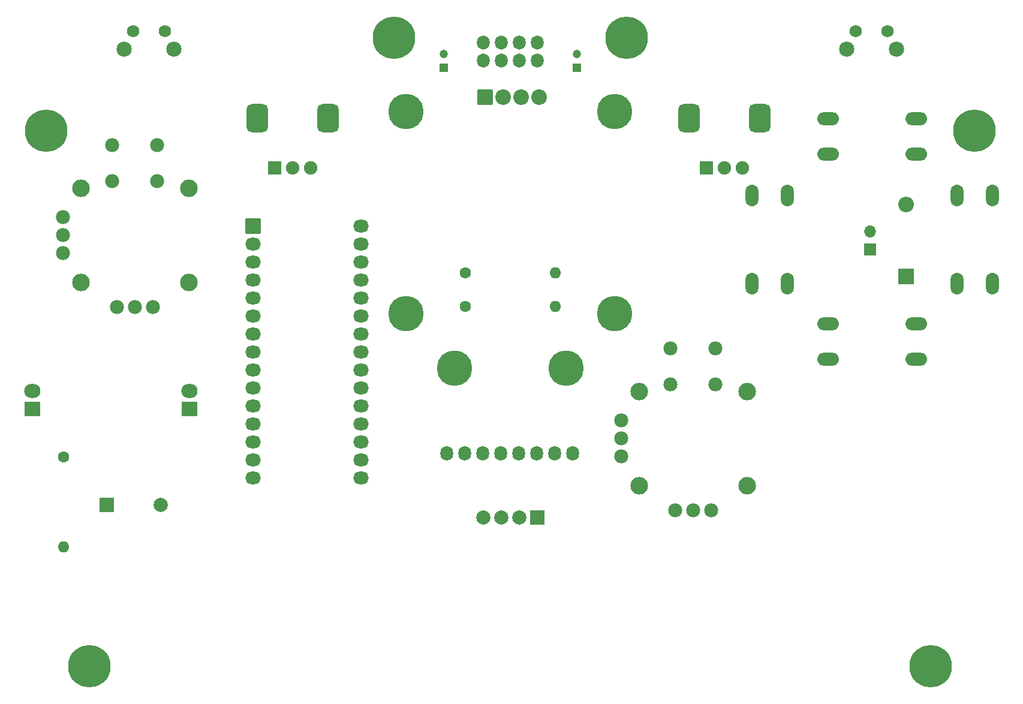
<source format=gts>
G04 #@! TF.GenerationSoftware,KiCad,Pcbnew,8.0.1*
G04 #@! TF.CreationDate,2024-05-04T17:12:01+07:00*
G04 #@! TF.ProjectId,Arduino_RC_Transceiver_DIY_2.3.0,41726475-696e-46f5-9f52-435f5472616e,2.1.0*
G04 #@! TF.SameCoordinates,Original*
G04 #@! TF.FileFunction,Soldermask,Top*
G04 #@! TF.FilePolarity,Negative*
%FSLAX46Y46*%
G04 Gerber Fmt 4.6, Leading zero omitted, Abs format (unit mm)*
G04 Created by KiCad (PCBNEW 8.0.1) date 2024-05-04 17:12:01*
%MOMM*%
%LPD*%
G01*
G04 APERTURE LIST*
G04 Aperture macros list*
%AMRoundRect*
0 Rectangle with rounded corners*
0 $1 Rounding radius*
0 $2 $3 $4 $5 $6 $7 $8 $9 X,Y pos of 4 corners*
0 Add a 4 corners polygon primitive as box body*
4,1,4,$2,$3,$4,$5,$6,$7,$8,$9,$2,$3,0*
0 Add four circle primitives for the rounded corners*
1,1,$1+$1,$2,$3*
1,1,$1+$1,$4,$5*
1,1,$1+$1,$6,$7*
1,1,$1+$1,$8,$9*
0 Add four rect primitives between the rounded corners*
20,1,$1+$1,$2,$3,$4,$5,0*
20,1,$1+$1,$4,$5,$6,$7,0*
20,1,$1+$1,$6,$7,$8,$9,0*
20,1,$1+$1,$8,$9,$2,$3,0*%
G04 Aperture macros list end*
%ADD10C,1.982000*%
%ADD11C,2.490000*%
%ADD12C,6.000000*%
%ADD13O,1.850000X3.048000*%
%ADD14C,5.000000*%
%ADD15RoundRect,0.102000X-1.000000X-1.000000X1.000000X-1.000000X1.000000X1.000000X-1.000000X1.000000X0*%
%ADD16C,2.204000*%
%ADD17R,2.000000X2.000000*%
%ADD18C,2.000000*%
%ADD19C,1.744000*%
%ADD20C,2.154000*%
%ADD21O,1.800000X2.100000*%
%ADD22R,1.200000X1.200000*%
%ADD23C,1.200000*%
%ADD24C,1.600000*%
%ADD25O,1.600000X1.600000*%
%ADD26O,2.204000X1.804000*%
%ADD27R,1.900000X1.900000*%
%ADD28C,1.900000*%
%ADD29RoundRect,0.750000X0.750000X-1.250000X0.750000X1.250000X-0.750000X1.250000X-0.750000X-1.250000X0*%
%ADD30O,3.048000X1.850000*%
%ADD31O,1.800000X2.000000*%
%ADD32R,2.200000X2.200000*%
%ADD33O,2.200000X2.200000*%
%ADD34O,2.300000X2.000000*%
%ADD35R,2.300000X2.000000*%
%ADD36R,1.700000X1.700000*%
%ADD37O,1.700000X1.700000*%
G04 APERTURE END LIST*
D10*
X93177000Y-67848000D03*
X99527000Y-67848000D03*
X93177000Y-72928000D03*
X99527000Y-72928000D03*
X93812000Y-90708000D03*
X96352000Y-90708000D03*
X98892000Y-90708000D03*
D11*
X88732000Y-73880500D03*
X88732000Y-87215500D03*
X103972000Y-87215500D03*
X103972000Y-73880500D03*
D10*
X86192000Y-78008000D03*
X86192000Y-80548000D03*
X86192000Y-83088000D03*
D12*
X132927000Y-52648000D03*
D13*
X183484000Y-87388000D03*
X183484000Y-74888000D03*
X188484000Y-87388000D03*
X188484000Y-74888000D03*
D14*
X134615000Y-63066250D03*
X134615000Y-91566250D03*
X164115000Y-63066250D03*
X164115000Y-91566250D03*
D15*
X145805000Y-61066250D03*
D16*
X148345000Y-61066250D03*
X150885000Y-61066250D03*
X153425000Y-61066250D03*
D17*
X153152000Y-120396000D03*
D18*
X150612000Y-120396000D03*
X148072000Y-120396000D03*
X145532000Y-120396000D03*
D17*
X92400000Y-118600000D03*
D18*
X100000000Y-118600000D03*
D19*
X202627000Y-51748000D03*
X198127000Y-51748000D03*
D20*
X196872000Y-54238000D03*
X203882000Y-54238000D03*
D14*
X141456000Y-99339000D03*
X157226000Y-99339000D03*
D21*
X140411200Y-111301800D03*
X142951200Y-111301800D03*
X145491200Y-111301800D03*
X148031200Y-111301800D03*
X150571200Y-111301800D03*
X153111200Y-111301800D03*
X155651200Y-111301800D03*
X158191200Y-111301800D03*
D10*
X171977000Y-96548000D03*
X178327000Y-96548000D03*
X171977000Y-101628000D03*
X178327000Y-101628000D03*
X172612000Y-119408000D03*
X175152000Y-119408000D03*
X177692000Y-119408000D03*
D11*
X167532000Y-102580500D03*
X167532000Y-115915500D03*
X182772000Y-115915500D03*
X182772000Y-102580500D03*
D10*
X164992000Y-106708000D03*
X164992000Y-109248000D03*
X164992000Y-111788000D03*
D22*
X139954000Y-56896000D03*
D23*
X139954000Y-54896000D03*
D12*
X208752000Y-141348000D03*
D19*
X100577000Y-51748000D03*
X96077000Y-51748000D03*
D20*
X94822000Y-54238000D03*
X101832000Y-54238000D03*
D24*
X143002000Y-85852000D03*
D25*
X155702000Y-85852000D03*
D12*
X89952000Y-141348000D03*
D13*
X212440000Y-87388000D03*
X212440000Y-74888000D03*
X217440000Y-87388000D03*
X217440000Y-74888000D03*
D15*
X113032000Y-79268000D03*
D26*
X113032000Y-81808000D03*
X113032000Y-84348000D03*
X113032000Y-86888000D03*
X113032000Y-89428000D03*
X113032000Y-91968000D03*
X113032000Y-94508000D03*
X113032000Y-97048000D03*
X113032000Y-99588000D03*
X113032000Y-102128000D03*
X113032000Y-104668000D03*
X113032000Y-107208000D03*
X113032000Y-109748000D03*
X113032000Y-112288000D03*
X113032000Y-114828000D03*
X128272000Y-114828000D03*
X128272000Y-112288000D03*
X128272000Y-109748000D03*
X128272000Y-107208000D03*
X128272000Y-104668000D03*
X128272000Y-102128000D03*
X128272000Y-99588000D03*
X128272000Y-97048000D03*
X128272000Y-94508000D03*
X128272000Y-91968000D03*
X128272000Y-89428000D03*
X128272000Y-86888000D03*
X128272000Y-84348000D03*
X128272000Y-81808000D03*
X128272000Y-79268000D03*
D27*
X177064096Y-70998000D03*
D28*
X179604096Y-70998000D03*
X182144096Y-70998000D03*
D29*
X174564096Y-63998000D03*
X184564096Y-63998000D03*
D12*
X83802000Y-65748000D03*
D30*
X194212000Y-64048000D03*
X206712000Y-64048000D03*
X194212000Y-69048000D03*
X206712000Y-69048000D03*
D12*
X214902000Y-65748000D03*
D31*
X145542000Y-55843000D03*
X148082000Y-55843000D03*
X150622000Y-55843000D03*
X153162000Y-55843000D03*
X153162000Y-53303000D03*
X150622000Y-53303000D03*
X148082000Y-53303000D03*
X145542000Y-53303000D03*
D12*
X165777000Y-52648000D03*
D22*
X158750000Y-56896000D03*
D23*
X158750000Y-54896000D03*
D24*
X86300000Y-111800000D03*
D25*
X86300000Y-124500000D03*
D32*
X205232000Y-86360000D03*
D33*
X205232000Y-76200000D03*
D30*
X194212000Y-93004000D03*
X206712000Y-93004000D03*
X194212000Y-98004000D03*
X206712000Y-98004000D03*
D27*
X116116096Y-70998000D03*
D28*
X118656096Y-70998000D03*
X121196096Y-70998000D03*
D29*
X113616096Y-63998000D03*
X123616096Y-63998000D03*
D34*
X104100000Y-102560000D03*
D35*
X104100000Y-105100000D03*
D34*
X81900000Y-102560000D03*
D35*
X81900000Y-105100000D03*
D24*
X143002000Y-90602000D03*
D25*
X155702000Y-90602000D03*
D36*
X200152000Y-82555000D03*
D37*
X200152000Y-80015000D03*
M02*

</source>
